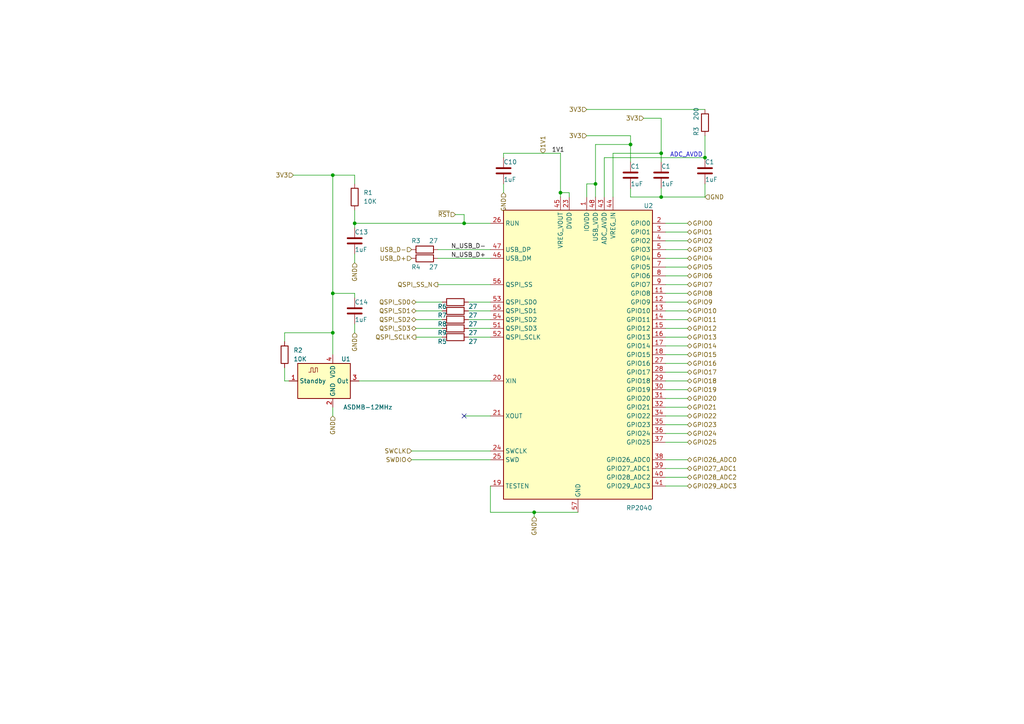
<source format=kicad_sch>
(kicad_sch (version 20230121) (generator eeschema)
  (paper "A4")
  (lib_symbols
    (symbol "Device:C" (pin_numbers hide) (pin_names (offset 0.254))
      (property "Reference" "C" (at 0.635 2.54 0))
      (property "Value" "C" (at 0.635 -2.54 0))
      (symbol "C_0_1"
        (polyline (pts (xy -2.032 -0.762) (xy 2.032 -0.762)) (stroke (width 0.508)))
        (polyline (pts (xy -2.032 0.762) (xy 2.032 0.762)) (stroke (width 0.508)))
      )
      (symbol "C_1_1"
        (pin passive line (at 0 3.81 270) (length 2.794) (name "~") (number "1"))
        (pin passive line (at 0 -3.81 90) (length 2.794) (name "~") (number "2"))
      )
    )
    (symbol "Device:R" (pin_numbers hide) (pin_names (offset 0))
      (property "Reference" "R" (at 2.032 0 90))
      (property "Value" "R" (at 0 0 90))
      (symbol "R_0_1"
        (rectangle (start -1.016 -2.54) (end 1.016 2.54) (stroke (width 0.254)))
      )
      (symbol "R_1_1"
        (pin passive line (at 0 3.81 270) (length 1.27) (name "~") (number "1"))
        (pin passive line (at 0 -3.81 90) (length 1.27) (name "~") (number "2"))
      )
    )
    (symbol "MCU_RaspberryPi:RP2040"
      (property "Reference" "U" (at 17.78 45.72 0))
      (property "Value" "RP2040" (at 17.78 43.18 0))
      (symbol "RP2040_0_1"
        (rectangle (start -21.59 41.91) (end 21.59 -41.91) (stroke (width 0.254)) (fill (type background)))
      )
      (symbol "RP2040_1_1"
        (pin power_in line (at 2.54 45.72 270) (length 3.81) (name "IOVDD") (number "1"))
        (pin passive line (at 2.54 45.72 270) (length 3.81) hide (name "IOVDD") (number "10"))
        (pin bidirectional line (at 25.4 17.78 180) (length 3.81) (name "GPIO8") (number "11"))
        (pin bidirectional line (at 25.4 15.24 180) (length 3.81) (name "GPIO9") (number "12"))
        (pin bidirectional line (at 25.4 12.7 180) (length 3.81) (name "GPIO10") (number "13"))
        (pin bidirectional line (at 25.4 10.16 180) (length 3.81) (name "GPIO11") (number "14"))
        (pin bidirectional line (at 25.4 7.62 180) (length 3.81) (name "GPIO12") (number "15"))
        (pin bidirectional line (at 25.4 5.08 180) (length 3.81) (name "GPIO13") (number "16"))
        (pin bidirectional line (at 25.4 2.54 180) (length 3.81) (name "GPIO14") (number "17"))
        (pin bidirectional line (at 25.4 0 180) (length 3.81) (name "GPIO15") (number "18"))
        (pin input line (at -25.4 -38.1 0) (length 3.81) (name "TESTEN") (number "19"))
        (pin bidirectional line (at 25.4 38.1 180) (length 3.81) (name "GPIO0") (number "2"))
        (pin input line (at -25.4 -7.62 0) (length 3.81) (name "XIN") (number "20"))
        (pin passive line (at -25.4 -17.78 0) (length 3.81) (name "XOUT") (number "21"))
        (pin passive line (at 2.54 45.72 270) (length 3.81) hide (name "IOVDD") (number "22"))
        (pin power_in line (at -2.54 45.72 270) (length 3.81) (name "DVDD") (number "23"))
        (pin input line (at -25.4 -27.94 0) (length 3.81) (name "SWCLK") (number "24"))
        (pin bidirectional line (at -25.4 -30.48 0) (length 3.81) (name "SWD") (number "25"))
        (pin input line (at -25.4 38.1 0) (length 3.81) (name "RUN") (number "26"))
        (pin bidirectional line (at 25.4 -2.54 180) (length 3.81) (name "GPIO16") (number "27"))
        (pin bidirectional line (at 25.4 -5.08 180) (length 3.81) (name "GPIO17") (number "28"))
        (pin bidirectional line (at 25.4 -7.62 180) (length 3.81) (name "GPIO18") (number "29"))
        (pin bidirectional line (at 25.4 35.56 180) (length 3.81) (name "GPIO1") (number "3"))
        (pin bidirectional line (at 25.4 -10.16 180) (length 3.81) (name "GPIO19") (number "30"))
        (pin bidirectional line (at 25.4 -12.7 180) (length 3.81) (name "GPIO20") (number "31"))
        (pin bidirectional line (at 25.4 -15.24 180) (length 3.81) (name "GPIO21") (number "32"))
        (pin passive line (at 2.54 45.72 270) (length 3.81) hide (name "IOVDD") (number "33"))
        (pin bidirectional line (at 25.4 -17.78 180) (length 3.81) (name "GPIO22") (number "34"))
        (pin bidirectional line (at 25.4 -20.32 180) (length 3.81) (name "GPIO23") (number "35"))
        (pin bidirectional line (at 25.4 -22.86 180) (length 3.81) (name "GPIO24") (number "36"))
        (pin bidirectional line (at 25.4 -25.4 180) (length 3.81) (name "GPIO25") (number "37"))
        (pin bidirectional line (at 25.4 -30.48 180) (length 3.81) (name "GPIO26_ADC0") (number "38"))
        (pin bidirectional line (at 25.4 -33.02 180) (length 3.81) (name "GPIO27_ADC1") (number "39"))
        (pin bidirectional line (at 25.4 33.02 180) (length 3.81) (name "GPIO2") (number "4"))
        (pin bidirectional line (at 25.4 -35.56 180) (length 3.81) (name "GPIO28_ADC2") (number "40"))
        (pin bidirectional line (at 25.4 -38.1 180) (length 3.81) (name "GPIO29_ADC3") (number "41"))
        (pin passive line (at 2.54 45.72 270) (length 3.81) hide (name "IOVDD") (number "42"))
        (pin power_in line (at 7.62 45.72 270) (length 3.81) (name "ADC_AVDD") (number "43"))
        (pin power_in line (at 10.16 45.72 270) (length 3.81) (name "VREG_IN") (number "44"))
        (pin power_out line (at -5.08 45.72 270) (length 3.81) (name "VREG_VOUT") (number "45"))
        (pin bidirectional line (at -25.4 27.94 0) (length 3.81) (name "USB_DM") (number "46"))
        (pin bidirectional line (at -25.4 30.48 0) (length 3.81) (name "USB_DP") (number "47"))
        (pin power_in line (at 5.08 45.72 270) (length 3.81) (name "USB_VDD") (number "48"))
        (pin passive line (at 2.54 45.72 270) (length 3.81) hide (name "IOVDD") (number "49"))
        (pin bidirectional line (at 25.4 30.48 180) (length 3.81) (name "GPIO3") (number "5"))
        (pin passive line (at -2.54 45.72 270) (length 3.81) hide (name "DVDD") (number "50"))
        (pin bidirectional line (at -25.4 7.62 0) (length 3.81) (name "QSPI_SD3") (number "51"))
        (pin output line (at -25.4 5.08 0) (length 3.81) (name "QSPI_SCLK") (number "52"))
        (pin bidirectional line (at -25.4 15.24 0) (length 3.81) (name "QSPI_SD0") (number "53"))
        (pin bidirectional line (at -25.4 10.16 0) (length 3.81) (name "QSPI_SD2") (number "54"))
        (pin bidirectional line (at -25.4 12.7 0) (length 3.81) (name "QSPI_SD1") (number "55"))
        (pin bidirectional line (at -25.4 20.32 0) (length 3.81) (name "QSPI_SS") (number "56"))
        (pin power_in line (at 0 -45.72 90) (length 3.81) (name "GND") (number "57"))
        (pin bidirectional line (at 25.4 27.94 180) (length 3.81) (name "GPIO4") (number "6"))
        (pin bidirectional line (at 25.4 25.4 180) (length 3.81) (name "GPIO5") (number "7"))
        (pin bidirectional line (at 25.4 22.86 180) (length 3.81) (name "GPIO6") (number "8"))
        (pin bidirectional line (at 25.4 20.32 180) (length 3.81) (name "GPIO7") (number "9"))
      )
    )
    (symbol "Oscillator:ASDMB-xxxMHz"
      (property "Reference" "U" (at -6.35 6.35 0))
      (property "Value" "ASDMB-xxxMHz" (at 11.43 6.35 0))
      (symbol "ASDMB-xxxMHz_1_1"
        (rectangle (start -7.62 5.08) (end 7.62 -5.08) (stroke (width 0.254)) (fill (type background)))
        (polyline (pts (xy -4.445 2.54) (xy -3.81 2.54) (xy -3.81 3.81) (xy -3.175 3.81) (xy -3.175 2.54) (xy -2.54 2.54) (xy -2.54 3.81) (xy -1.905 3.81) (xy -1.905 2.54)))
        (pin input line (at -10.16 0 0) (length 2.54) (name "Standby") (number "1"))
        (pin power_in line (at 2.54 -7.62 90) (length 2.54) (name "GND") (number "2"))
        (pin output line (at 10.16 0 180) (length 2.54) (name "Out") (number "3"))
        (pin power_in line (at 2.54 7.62 270) (length 2.54) (name "VDD") (number "4"))
      )
    )
  )
  (junction (at 204.47 45.72))
  (junction (at 162.56 55.88))
  (junction (at 154.94 148.59))
  (junction (at 182.88 41.91))
  (junction (at 96.52 50.8))
  (junction (at 96.52 96.52))
  (junction (at 134.62 64.77))
  (junction (at 191.77 57.15))
  (junction (at 172.72 53.34))
  (junction (at 102.87 64.77))
  (junction (at 96.52 85.09))
  (junction (at 191.77 44.45))
  (no_connect (at 134.62 120.65))
  (wire (pts (xy 191.77 44.45) (xy 191.77 46.99)))
  (wire (pts (xy 175.26 45.72) (xy 175.26 57.15)))
  (wire (pts (xy 119.38 133.35) (xy 142.24 133.35)))
  (wire (pts (xy 162.56 55.88) (xy 162.56 44.45)))
  (wire (pts (xy 120.65 95.25) (xy 128.27 95.25)))
  (wire (pts (xy 193.04 123.19) (xy 199.39 123.19)))
  (wire (pts (xy 135.89 97.79) (xy 142.24 97.79)))
  (wire (pts (xy 96.52 118.11) (xy 96.52 120.65)))
  (wire (pts (xy 172.72 53.34) (xy 172.72 41.91)))
  (wire (pts (xy 193.04 113.03) (xy 199.39 113.03)))
  (wire (pts (xy 154.94 148.59) (xy 154.94 149.86)))
  (wire (pts (xy 193.04 82.55) (xy 199.39 82.55)))
  (wire (pts (xy 193.04 77.47) (xy 199.39 77.47)))
  (wire (pts (xy 193.04 125.73) (xy 199.39 125.73)))
  (wire (pts (xy 193.04 118.11) (xy 199.39 118.11)))
  (wire (pts (xy 120.65 97.79) (xy 128.27 97.79)))
  (wire (pts (xy 120.65 90.17) (xy 128.27 90.17)))
  (wire (pts (xy 172.72 41.91) (xy 182.88 41.91)))
  (wire (pts (xy 170.18 31.75) (xy 204.47 31.75)))
  (wire (pts (xy 102.87 73.66) (xy 102.87 76.2)))
  (wire (pts (xy 193.04 80.01) (xy 199.39 80.01)))
  (wire (pts (xy 82.55 110.49) (xy 83.82 110.49)))
  (wire (pts (xy 193.04 92.71) (xy 199.39 92.71)))
  (wire (pts (xy 132.08 62.23) (xy 134.62 62.23)))
  (wire (pts (xy 142.24 148.59) (xy 142.24 140.97)))
  (wire (pts (xy 172.72 53.34) (xy 170.18 53.34)))
  (wire (pts (xy 172.72 57.15) (xy 172.72 53.34)))
  (wire (pts (xy 193.04 120.65) (xy 199.39 120.65)))
  (wire (pts (xy 127 74.93) (xy 142.24 74.93)))
  (wire (pts (xy 193.04 72.39) (xy 199.39 72.39)))
  (wire (pts (xy 193.04 100.33) (xy 199.39 100.33)))
  (wire (pts (xy 177.8 44.45) (xy 191.77 44.45)))
  (wire (pts (xy 135.89 87.63) (xy 142.24 87.63)))
  (wire (pts (xy 102.87 50.8) (xy 102.87 53.34)))
  (wire (pts (xy 82.55 96.52) (xy 96.52 96.52)))
  (wire (pts (xy 134.62 62.23) (xy 134.62 64.77)))
  (wire (pts (xy 193.04 110.49) (xy 199.39 110.49)))
  (wire (pts (xy 191.77 57.15) (xy 204.47 57.15)))
  (wire (pts (xy 127 82.55) (xy 142.24 82.55)))
  (wire (pts (xy 82.55 99.06) (xy 82.55 96.52)))
  (wire (pts (xy 146.05 53.34) (xy 146.05 55.88)))
  (wire (pts (xy 186.69 34.29) (xy 191.77 34.29)))
  (wire (pts (xy 191.77 34.29) (xy 191.77 44.45)))
  (wire (pts (xy 175.26 45.72) (xy 204.47 45.72)))
  (wire (pts (xy 102.87 64.77) (xy 102.87 66.04)))
  (wire (pts (xy 193.04 140.97) (xy 199.39 140.97)))
  (wire (pts (xy 96.52 50.8) (xy 96.52 85.09)))
  (wire (pts (xy 170.18 53.34) (xy 170.18 57.15)))
  (wire (pts (xy 135.89 95.25) (xy 142.24 95.25)))
  (wire (pts (xy 191.77 54.61) (xy 191.77 57.15)))
  (wire (pts (xy 182.88 39.37) (xy 182.88 41.91)))
  (wire (pts (xy 182.88 54.61) (xy 182.88 57.15)))
  (wire (pts (xy 204.47 39.37) (xy 204.47 45.72)))
  (wire (pts (xy 96.52 50.8) (xy 102.87 50.8)))
  (wire (pts (xy 193.04 128.27) (xy 199.39 128.27)))
  (wire (pts (xy 119.38 130.81) (xy 142.24 130.81)))
  (wire (pts (xy 82.55 106.68) (xy 82.55 110.49)))
  (wire (pts (xy 96.52 85.09) (xy 102.87 85.09)))
  (wire (pts (xy 193.04 64.77) (xy 199.39 64.77)))
  (wire (pts (xy 193.04 105.41) (xy 199.39 105.41)))
  (wire (pts (xy 193.04 107.95) (xy 199.39 107.95)))
  (wire (pts (xy 193.04 87.63) (xy 199.39 87.63)))
  (wire (pts (xy 193.04 135.89) (xy 199.39 135.89)))
  (wire (pts (xy 162.56 55.88) (xy 162.56 57.15)))
  (wire (pts (xy 182.88 41.91) (xy 182.88 46.99)))
  (wire (pts (xy 154.94 148.59) (xy 167.64 148.59)))
  (wire (pts (xy 146.05 44.45) (xy 146.05 45.72)))
  (wire (pts (xy 193.04 97.79) (xy 199.39 97.79)))
  (wire (pts (xy 104.14 110.49) (xy 142.24 110.49)))
  (wire (pts (xy 96.52 96.52) (xy 96.52 102.87)))
  (wire (pts (xy 193.04 69.85) (xy 199.39 69.85)))
  (wire (pts (xy 135.89 90.17) (xy 142.24 90.17)))
  (wire (pts (xy 170.18 39.37) (xy 182.88 39.37)))
  (wire (pts (xy 134.62 120.65) (xy 142.24 120.65)))
  (wire (pts (xy 193.04 115.57) (xy 199.39 115.57)))
  (wire (pts (xy 134.62 64.77) (xy 142.24 64.77)))
  (wire (pts (xy 127 72.39) (xy 142.24 72.39)))
  (wire (pts (xy 85.09 50.8) (xy 96.52 50.8)))
  (wire (pts (xy 120.65 87.63) (xy 128.27 87.63)))
  (wire (pts (xy 204.47 57.15) (xy 204.47 53.34)))
  (wire (pts (xy 135.89 92.71) (xy 142.24 92.71)))
  (wire (pts (xy 193.04 102.87) (xy 199.39 102.87)))
  (wire (pts (xy 102.87 93.98) (xy 102.87 96.52)))
  (wire (pts (xy 177.8 57.15) (xy 177.8 44.45)))
  (wire (pts (xy 146.05 44.45) (xy 162.56 44.45)))
  (wire (pts (xy 182.88 57.15) (xy 191.77 57.15)))
  (wire (pts (xy 96.52 85.09) (xy 96.52 96.52)))
  (wire (pts (xy 193.04 67.31) (xy 199.39 67.31)))
  (wire (pts (xy 193.04 133.35) (xy 199.39 133.35)))
  (wire (pts (xy 162.56 55.88) (xy 165.1 55.88)))
  (wire (pts (xy 165.1 55.88) (xy 165.1 57.15)))
  (wire (pts (xy 120.65 92.71) (xy 128.27 92.71)))
  (wire (pts (xy 193.04 138.43) (xy 199.39 138.43)))
  (wire (pts (xy 193.04 95.25) (xy 199.39 95.25)))
  (wire (pts (xy 193.04 85.09) (xy 199.39 85.09)))
  (wire (pts (xy 142.24 148.59) (xy 154.94 148.59)))
  (wire (pts (xy 193.04 74.93) (xy 199.39 74.93)))
  (wire (pts (xy 102.87 64.77) (xy 134.62 64.77)))
  (wire (pts (xy 102.87 85.09) (xy 102.87 86.36)))
  (wire (pts (xy 193.04 90.17) (xy 199.39 90.17)))
  (wire (pts (xy 102.87 60.96) (xy 102.87 64.77)))
  (text "ADC_AVDD" (at 194.31 45.72 0) (effects (font (size 1.27 1.27)) (justify left bottom)))
  (label "1V1" (at 160.02 44.45 0))
  (label "N_USB_D+" (at 130.81 74.93 0))
  (label "N_USB_D-" (at 130.81 72.39 0))
  (hierarchical_label "USB_D-" (shape input) (at 119.38 72.39 180))
  (hierarchical_label "GPIO9" (shape tri_state) (at 199.39 87.63 0))
  (hierarchical_label "GPIO14" (shape bidirectional) (at 199.39 100.33 0))
  (hierarchical_label "GPIO8" (shape tri_state) (at 199.39 85.09 0))
  (hierarchical_label "USB_D+" (shape input) (at 119.38 74.93 180))
  (hierarchical_label "QSPI_SD2" (shape bidirectional) (at 120.65 92.71 180))
  (hierarchical_label "GPIO5" (shape tri_state) (at 199.39 77.47 0))
  (hierarchical_label "GPIO29_ADC3" (shape bidirectional) (at 199.39 140.97 0))
  (hierarchical_label "GPIO21" (shape bidirectional) (at 199.39 118.11 0))
  (hierarchical_label "3V3" (shape input) (at 186.69 34.29 180))
  (hierarchical_label "GND" (shape input) (at 204.47 57.15 0))
  (hierarchical_label "GPIO23" (shape bidirectional) (at 199.39 123.19 0))
  (hierarchical_label "GPIO4" (shape tri_state) (at 199.39 74.93 0))
  (hierarchical_label "GPIO22" (shape bidirectional) (at 199.39 120.65 0))
  (hierarchical_label "GPIO16" (shape bidirectional) (at 199.39 105.41 0))
  (hierarchical_label "GPIO10" (shape bidirectional) (at 199.39 90.17 0))
  (hierarchical_label "GPIO7" (shape tri_state) (at 199.39 82.55 0))
  (hierarchical_label "3V3" (shape input) (at 85.09 50.8 180))
  (hierarchical_label "GPIO26_ADC0" (shape bidirectional) (at 199.39 133.35 0))
  (hierarchical_label "GPIO0" (shape tri_state) (at 199.39 64.77 0))
  (hierarchical_label "3V3" (shape input) (at 170.18 31.75 180))
  (hierarchical_label "GPIO13" (shape bidirectional) (at 199.39 97.79 0))
  (hierarchical_label "GPIO2" (shape tri_state) (at 199.39 69.85 0))
  (hierarchical_label "GPIO15" (shape bidirectional) (at 199.39 102.87 0))
  (hierarchical_label "GPIO12" (shape bidirectional) (at 199.39 95.25 0))
  (hierarchical_label "GPIO27_ADC1" (shape bidirectional) (at 199.39 135.89 0))
  (hierarchical_label "GPIO20" (shape bidirectional) (at 199.39 115.57 0))
  (hierarchical_label "~{RST}" (shape input) (at 132.08 62.23 180))
  (hierarchical_label "QSPI_SD3" (shape bidirectional) (at 120.65 95.25 180))
  (hierarchical_label "GPIO3" (shape tri_state) (at 199.39 72.39 0))
  (hierarchical_label "GPIO28_ADC2" (shape bidirectional) (at 199.39 138.43 0))
  (hierarchical_label "SWCLK" (shape input) (at 119.38 130.81 180))
  (hierarchical_label "GPIO11" (shape bidirectional) (at 199.39 92.71 0))
  (hierarchical_label "GND" (shape input) (at 154.94 149.86 270))
  (hierarchical_label "GND" (shape input) (at 102.87 76.2 270))
  (hierarchical_label "GPIO18" (shape bidirectional) (at 199.39 110.49 0))
  (hierarchical_label "QSPI_SS_N" (shape output) (at 127 82.55 180))
  (hierarchical_label "GND" (shape input) (at 146.05 55.88 270))
  (hierarchical_label "GND" (shape input) (at 96.52 120.65 270))
  (hierarchical_label "SWDIO" (shape bidirectional) (at 119.38 133.35 180))
  (hierarchical_label "GND" (shape input) (at 102.87 96.52 270))
  (hierarchical_label "QSPI_SCLK" (shape output) (at 120.65 97.79 180))
  (hierarchical_label "GPIO6" (shape tri_state) (at 199.39 80.01 0))
  (hierarchical_label "GPIO24" (shape bidirectional) (at 199.39 125.73 0))
  (hierarchical_label "GPIO19" (shape bidirectional) (at 199.39 113.03 0))
  (hierarchical_label "QSPI_SD0" (shape bidirectional) (at 120.65 87.63 180))
  (hierarchical_label "3V3" (shape input) (at 170.18 39.37 180))
  (hierarchical_label "QSPI_SD1" (shape bidirectional) (at 120.65 90.17 180))
  (hierarchical_label "GPIO1" (shape tri_state) (at 199.39 67.31 0))
  (hierarchical_label "GPIO25" (shape bidirectional) (at 199.39 128.27 0))
  (hierarchical_label "GPIO17" (shape bidirectional) (at 199.39 107.95 0))
  (hierarchical_label "1V1" (shape input) (at 157.48 44.45 90))
  (symbol (lib_id "Device:R") (at 123.19 72.39 90) (unit 1)
    (property "Reference" "R3" (at 120.65 69.85 90))
    (property "Value" "27" (at 125.73 69.85 90))
    (property "Footprint" "Resistor_THT:R_Axial_DIN0207_L6.3mm_D2.5mm_P10.16mm_Horizontal" (effects hide))
    (instances (project "RealP2040" (path "" (reference "R3") (unit 1))) (project "ROSE-PILK_v1" (path "" (reference "R6") (unit 1)) (path "" (reference "R36") (unit 1))) (project "RP2040" (path "" (reference "R3") (unit 1))))
  )
  (symbol (lib_id "MCU_RaspberryPi:RP2040") (at 167.64 102.87 0) (unit 1)
    (property "Reference" "U2" (at 186.69 59.69 0) (effects (justify left)))
    (property "Value" "RP2040" (at 181.61 147.32 0) (effects (justify left)))
    (property "Footprint" "Package_DFN_QFN:QFN-56-1EP_7x7mm_P0.4mm_EP3.2x3.2mm" (effects hide))
    (property "Datasheet" "https://datasheets.raspberrypi.com/rp2040/rp2040-datasheet.pdf" (effects hide))
    (instances (project "RealP2040" (path "" (reference "U2") (unit 1))) (project "ROSE-PILK_v1" (path "" (reference "U3") (unit 1)) (path "" (reference "U9") (unit 1))) (project "RP2040" (path "" (reference "U2") (unit 1))))
  )
  (symbol (lib_id "Device:R") (at 102.87 57.15 0) (unit 1)
    (property "Reference" "R1" (at 105.41 55.88 0) (effects (justify left)))
    (property "Value" "10K" (at 105.41 58.42 0) (effects (justify left)))
    (property "Footprint" "Resistor_THT:R_Axial_DIN0207_L6.3mm_D2.5mm_P10.16mm_Horizontal" (effects hide))
    (instances (project "RealP2040" (path "" (reference "R1") (unit 1))) (project "ROSE-PILK_v1" (path "" (reference "R5") (unit 1)) (path "" (reference "R35") (unit 1))) (project "RP2040" (path "" (reference "R1") (unit 1))))
  )
  (symbol (lib_id "Device:R") (at 204.47 35.56 180) (unit 1)
    (property "Reference" "R3" (at 201.93 38.1 90))
    (property "Value" "200" (at 201.93 33.02 90))
    (property "Footprint" "Resistor_THT:R_Axial_DIN0207_L6.3mm_D2.5mm_P10.16mm_Horizontal" (effects hide))
    (instances (project "RealP2040" (path "" (reference "R3") (unit 1))) (project "ROSE-PILK_v1" (path "" (reference "R2") (unit 1)) (path "" (reference "R54") (unit 1))) (project "RP2040" (path "" (reference "R3") (unit 1))))
  )
  (symbol (lib_id "Device:C") (at 204.47 49.53 0) (unit 1)
    (property "Reference" "C1" (at 204.47 46.99 0) (effects (justify left)))
    (property "Value" "1uF" (at 204.47 52.07 0) (effects (justify left)))
    (property "Footprint" "Capacitor_THT:CP_Radial_D5.0mm_P2.00mm" (effects hide))
    (instances (project "RealP2040" (path "" (reference "C1") (unit 1))) (project "ROSE-PILK_v1" (path "" (reference "C11") (unit 1)) (path "" (reference "C12") (unit 1))) (project "RP2040" (path "" (reference "C1") (unit 1))))
  )
  (symbol (lib_id "Device:C") (at 102.87 90.17 0) (unit 1)
    (property "Reference" "C14" (at 102.87 87.63 0) (effects (justify left)))
    (property "Value" "1uF" (at 102.87 92.71 0) (effects (justify left)))
    (property "Footprint" "Capacitor_THT:CP_Radial_D5.0mm_P2.00mm" (effects hide))
    (instances (project "RealP2040" (path "" (reference "C14") (unit 1))) (project "ROSE-PILK_v1" (path "" (reference "C7") (unit 1)) (path "" (reference "C21") (unit 1))) (project "RP2040" (path "" (reference "C14") (unit 1))))
  )
  (symbol (lib_id "Device:R") (at 132.08 90.17 90) (unit 1)
    (property "Reference" "R7" (at 128.27 91.44 90))
    (property "Value" "27" (at 137.16 91.44 90))
    (property "Footprint" "Resistor_THT:R_Axial_DIN0207_L6.3mm_D2.5mm_P10.16mm_Horizontal" (effects hide))
    (instances (project "RealP2040" (path "" (reference "R7") (unit 1))) (project "ROSE-PILK_v1" (path "" (reference "R9") (unit 1)) (path "" (reference "R40") (unit 1))) (project "RP2040" (path "" (reference "R7") (unit 1))))
  )
  (symbol (lib_id "Oscillator:ASDMB-xxxMHz") (at 93.98 110.49 0) (unit 1)
    (property "Reference" "U1" (at 100.33 104.14 0))
    (property "Value" "ASDMB-12MHz" (at 106.68 118.11 0))
    (property "Footprint" "Oscillator:Oscillator_SMD_Abracon_ASDMB-4Pin_2.5x2.0mm" (effects hide))
    (property "Datasheet" "https://abracon.com/Oscillators/ASDMB.pdf" (effects hide))
    (instances (project "RealP2040" (path "" (reference "U1") (unit 1))) (project "ROSE-PILK_v1" (path "" (reference "U2") (unit 1)) (path "" (reference "U8") (unit 1))) (project "RP2040" (path "" (reference "U1") (unit 1))))
  )
  (symbol (lib_id "Device:R") (at 82.55 102.87 0) (unit 1)
    (property "Reference" "R2" (at 85.09 101.6 0) (effects (justify left)))
    (property "Value" "10K" (at 85.09 104.14 0) (effects (justify left)))
    (property "Footprint" "Resistor_THT:R_Axial_DIN0207_L6.3mm_D2.5mm_P10.16mm_Horizontal" (effects hide))
    (instances (project "RealP2040" (path "" (reference "R2") (unit 1))) (project "ROSE-PILK_v1" (path "" (reference "R4") (unit 1)) (path "" (reference "R34") (unit 1))) (project "RP2040" (path "" (reference "R2") (unit 1))))
  )
  (symbol (lib_id "Device:R") (at 132.08 97.79 90) (unit 1)
    (property "Reference" "R5" (at 128.27 99.06 90))
    (property "Value" "27" (at 137.16 99.06 90))
    (property "Footprint" "Resistor_THT:R_Axial_DIN0207_L6.3mm_D2.5mm_P10.16mm_Horizontal" (effects hide))
    (instances (project "RealP2040" (path "" (reference "R5") (unit 1))) (project "ROSE-PILK_v1" (path "" (reference "R12") (unit 1)) (path "" (reference "R43") (unit 1))) (project "RP2040" (path "" (reference "R5") (unit 1))))
  )
  (symbol (lib_id "Device:R") (at 123.19 74.93 270) (unit 1)
    (property "Reference" "R4" (at 120.65 77.47 90))
    (property "Value" "27" (at 125.73 77.47 90))
    (property "Footprint" "Resistor_THT:R_Axial_DIN0207_L6.3mm_D2.5mm_P10.16mm_Horizontal" (effects hide))
    (instances (project "RealP2040" (path "" (reference "R4") (unit 1))) (project "ROSE-PILK_v1" (path "" (reference "R7") (unit 1)) (path "" (reference "R38") (unit 1))) (project "RP2040" (path "" (reference "R4") (unit 1))))
  )
  (symbol (lib_id "Device:R") (at 132.08 95.25 90) (unit 1)
    (property "Reference" "R9" (at 128.27 96.52 90))
    (property "Value" "27" (at 137.16 96.52 90))
    (property "Footprint" "Resistor_THT:R_Axial_DIN0207_L6.3mm_D2.5mm_P10.16mm_Horizontal" (effects hide))
    (instances (project "RealP2040" (path "" (reference "R9") (unit 1))) (project "ROSE-PILK_v1" (path "" (reference "R11") (unit 1)) (path "" (reference "R42") (unit 1))) (project "RP2040" (path "" (reference "R9") (unit 1))))
  )
  (symbol (lib_id "Device:C") (at 182.88 50.8 0) (unit 1)
    (property "Reference" "C1" (at 182.88 48.26 0) (effects (justify left)))
    (property "Value" "1uF" (at 182.88 53.34 0) (effects (justify left)))
    (property "Footprint" "Capacitor_THT:CP_Radial_D5.0mm_P2.00mm" (effects hide))
    (instances (project "RealP2040" (path "" (reference "C1") (unit 1))) (project "ROSE-PILK_v1" (path "" (reference "C9") (unit 1)) (path "" (reference "C10") (unit 1))) (project "RP2040" (path "" (reference "C1") (unit 1))))
  )
  (symbol (lib_id "Device:R") (at 132.08 87.63 90) (unit 1)
    (property "Reference" "R6" (at 128.27 88.9 90))
    (property "Value" "27" (at 137.16 88.9 90))
    (property "Footprint" "Resistor_THT:R_Axial_DIN0207_L6.3mm_D2.5mm_P10.16mm_Horizontal" (effects hide))
    (instances (project "RealP2040" (path "" (reference "R6") (unit 1))) (project "ROSE-PILK_v1" (path "" (reference "R8") (unit 1)) (path "" (reference "R39") (unit 1))) (project "RP2040" (path "" (reference "R6") (unit 1))))
  )
  (symbol (lib_id "Device:C") (at 191.77 50.8 0) (unit 1)
    (property "Reference" "C1" (at 191.77 48.26 0) (effects (justify left)))
    (property "Value" "1uF" (at 191.77 53.34 0) (effects (justify left)))
    (property "Footprint" "Capacitor_THT:CP_Radial_D5.0mm_P2.00mm" (effects hide))
    (instances (project "RealP2040" (path "" (reference "C1") (unit 1))) (project "ROSE-PILK_v1" (path "" (reference "C35") (unit 1)) (path "" (reference "C36") (unit 1))) (project "RP2040" (path "" (reference "C1") (unit 1))))
  )
  (symbol (lib_id "Device:R") (at 132.08 92.71 90) (unit 1)
    (property "Reference" "R8" (at 128.27 93.98 90))
    (property "Value" "27" (at 137.16 93.98 90))
    (property "Footprint" "Resistor_THT:R_Axial_DIN0207_L6.3mm_D2.5mm_P10.16mm_Horizontal" (effects hide))
    (instances (project "RealP2040" (path "" (reference "R8") (unit 1))) (project "ROSE-PILK_v1" (path "" (reference "R10") (unit 1)) (path "" (reference "R41") (unit 1))) (project "RP2040" (path "" (reference "R8") (unit 1))))
  )
  (symbol (lib_id "Device:C") (at 102.87 69.85 0) (unit 1)
    (property "Reference" "C13" (at 102.87 67.31 0) (effects (justify left)))
    (property "Value" "1uF" (at 102.87 72.39 0) (effects (justify left)))
    (property "Footprint" "Capacitor_THT:CP_Radial_D5.0mm_P2.00mm" (effects hide))
    (instances (project "RealP2040" (path "" (reference "C13") (unit 1))) (project "ROSE-PILK_v1" (path "" (reference "C6") (unit 1)) (path "" (reference "C20") (unit 1))) (project "RP2040" (path "" (reference "C13") (unit 1))))
  )
  (symbol (lib_id "Device:C") (at 146.05 49.53 0) (unit 1)
    (property "Reference" "C10" (at 146.05 46.99 0) (effects (justify left)))
    (property "Value" "1uF" (at 146.05 52.07 0) (effects (justify left)))
    (property "Footprint" "Capacitor_THT:CP_Radial_D5.0mm_P2.00mm" (effects hide))
    (instances (project "RealP2040" (path "" (reference "C10") (unit 1))) (project "ROSE-PILK_v1" (path "" (reference "C8") (unit 1)) (path "" (reference "C22") (unit 1))) (project "RP2040" (path "" (reference "C10") (unit 1))))
  )
)
</source>
